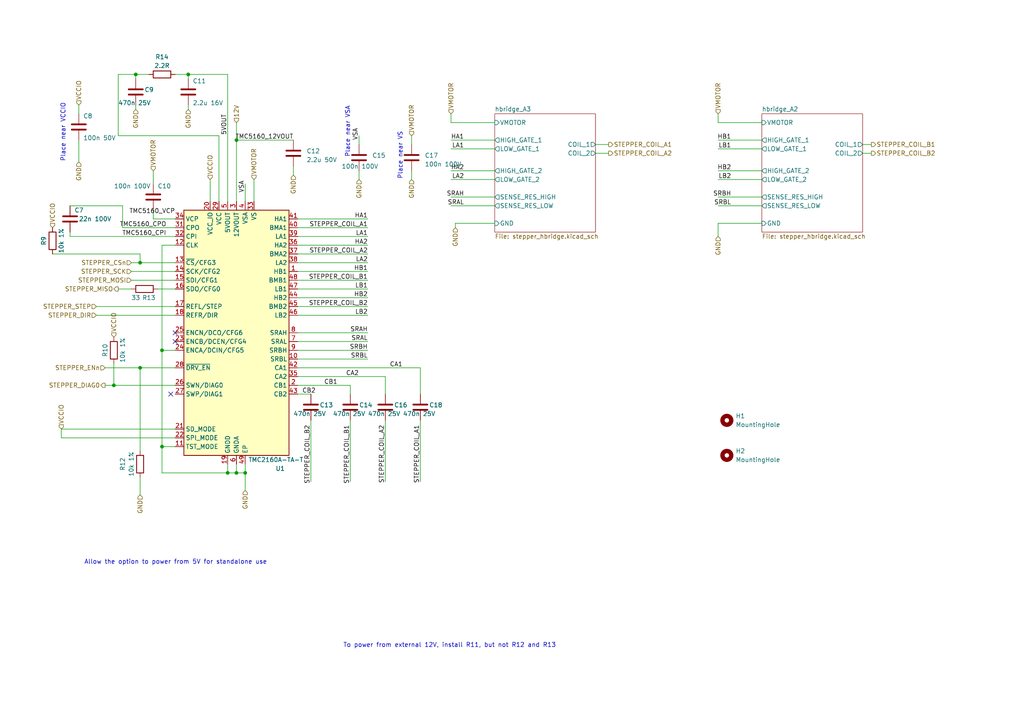
<source format=kicad_sch>
(kicad_sch (version 20211123) (generator eeschema)
  (paper "A4")
  (lib_symbols
    (symbol "Device:C" (pin_numbers hide) (pin_names (offset 0.254))
      (property "Reference" "C" (at 0.635 2.54 0))
      (property "Value" "C" (at 0.635 -2.54 0))
      (symbol "C_0_1"
        (polyline (pts (xy -2.032 -0.762) (xy 2.032 -0.762)) (stroke (width 0.508)))
        (polyline (pts (xy -2.032 0.762) (xy 2.032 0.762)) (stroke (width 0.508)))
      )
      (symbol "C_1_1"
        (pin passive line (at 0 3.81 270) (length 2.794) (name "~") (number "1"))
        (pin passive line (at 0 -3.81 90) (length 2.794) (name "~") (number "2"))
      )
    )
    (symbol "Device:R" (pin_numbers hide) (pin_names (offset 0))
      (property "Reference" "R" (at 2.032 0 90))
      (property "Value" "R" (at 0 0 90))
      (symbol "R_0_1"
        (rectangle (start -1.016 -2.54) (end 1.016 2.54) (stroke (width 0.254)))
      )
      (symbol "R_1_1"
        (pin passive line (at 0 3.81 270) (length 1.27) (name "~") (number "1"))
        (pin passive line (at 0 -3.81 90) (length 1.27) (name "~") (number "2"))
      )
    )
    (symbol "Driver_Motor:TMC5160A-TA"
      (property "Reference" "U" (at -11.43 38.1 0))
      (property "Value" "TMC5160A-TA" (at 10.16 38.1 0))
      (symbol "TMC5160A-TA_1_0"
        (rectangle (start -15.24 -35.56) (end 15.24 35.56) (stroke (width 0.254)) (fill (type background)))
      )
      (symbol "TMC5160A-TA_1_1"
        (pin output line (at 17.78 17.78 180) (length 2.54) (name "HB1") (number "1"))
        (pin passive line (at 17.78 -7.62 180) (length 2.54) (name "SRBL") (number "10"))
        (pin input line (at -17.78 -33.02 0) (length 2.54) (name "TST_MODE") (number "11"))
        (pin input line (at -17.78 25.4 0) (length 2.54) (name "CLK") (number "12"))
        (pin input line (at -17.78 20.32 0) (length 2.54) (name "~{CS}/CFG3") (number "13"))
        (pin input line (at -17.78 17.78 0) (length 2.54) (name "SCK/CFG2") (number "14"))
        (pin input line (at -17.78 15.24 0) (length 2.54) (name "SDI/CFG1") (number "15"))
        (pin bidirectional line (at -17.78 12.7 0) (length 2.54) (name "SDO/CFG0") (number "16"))
        (pin input line (at -17.78 7.62 0) (length 2.54) (name "REFL/STEP") (number "17"))
        (pin input line (at -17.78 5.08 0) (length 2.54) (name "REFR/DIR") (number "18"))
        (pin power_in line (at -2.54 -38.1 90) (length 2.54) (name "GNDD") (number "19"))
        (pin passive line (at 17.78 -15.24 180) (length 2.54) (name "CB1") (number "2"))
        (pin power_in line (at -7.62 38.1 270) (length 2.54) (name "VCC_IO") (number "20"))
        (pin input line (at -17.78 -27.94 0) (length 2.54) (name "SD_MODE") (number "21"))
        (pin input line (at -17.78 -30.48 0) (length 2.54) (name "SPI_MODE") (number "22"))
        (pin input line (at -17.78 -2.54 0) (length 2.54) (name "ENCB/DCEN/CFG4") (number "23"))
        (pin input line (at -17.78 -5.08 0) (length 2.54) (name "ENCA/DCIN/CFG5") (number "24"))
        (pin bidirectional line (at -17.78 0 0) (length 2.54) (name "ENCN/DCO/CFG6") (number "25"))
        (pin bidirectional line (at -17.78 -15.24 0) (length 2.54) (name "SWN/DIAG0") (number "26"))
        (pin bidirectional line (at -17.78 -17.78 0) (length 2.54) (name "SWP/DIAG1") (number "27"))
        (pin input line (at -17.78 -10.16 0) (length 2.54) (name "~{DRV_EN}") (number "28"))
        (pin power_in line (at -5.08 38.1 270) (length 2.54) (name "VCC") (number "29"))
        (pin power_out line (at 0 38.1 270) (length 2.54) (name "12VOUT") (number "3"))
        (pin passive line (at -2.54 -38.1 90) (length 2.54) hide (name "GNDD") (number "30"))
        (pin passive line (at -17.78 30.48 0) (length 2.54) (name "CPO") (number "31"))
        (pin passive line (at -17.78 27.94 0) (length 2.54) (name "CPI") (number "32"))
        (pin power_in line (at 5.08 38.1 270) (length 2.54) (name "VS") (number "33"))
        (pin passive line (at -17.78 33.02 0) (length 2.54) (name "VCP") (number "34"))
        (pin passive line (at 17.78 -12.7 180) (length 2.54) (name "CA2") (number "35"))
        (pin output line (at 17.78 25.4 180) (length 2.54) (name "HA2") (number "36"))
        (pin passive line (at 17.78 22.86 180) (length 2.54) (name "BMA2") (number "37"))
        (pin output line (at 17.78 20.32 180) (length 2.54) (name "LA2") (number "38"))
        (pin output line (at 17.78 27.94 180) (length 2.54) (name "LA1") (number "39"))
        (pin power_in line (at 2.54 38.1 270) (length 2.54) (name "VSA") (number "4"))
        (pin passive line (at 17.78 30.48 180) (length 2.54) (name "BMA1") (number "40"))
        (pin output line (at 17.78 33.02 180) (length 2.54) (name "HA1") (number "41"))
        (pin passive line (at 17.78 -10.16 180) (length 2.54) (name "CA1") (number "42"))
        (pin passive line (at 17.78 -17.78 180) (length 2.54) (name "CB2") (number "43"))
        (pin output line (at 17.78 10.16 180) (length 2.54) (name "HB2") (number "44"))
        (pin passive line (at 17.78 7.62 180) (length 2.54) (name "BMB2") (number "45"))
        (pin output line (at 17.78 5.08 180) (length 2.54) (name "LB2") (number "46"))
        (pin output line (at 17.78 12.7 180) (length 2.54) (name "LB1") (number "47"))
        (pin passive line (at 17.78 15.24 180) (length 2.54) (name "BMB1") (number "48"))
        (pin power_in line (at 2.54 -38.1 90) (length 2.54) (name "EP") (number "49"))
        (pin power_out line (at -2.54 38.1 270) (length 2.54) (name "5VOUT") (number "5"))
        (pin power_in line (at 0 -38.1 90) (length 2.54) (name "GNDA") (number "6"))
        (pin passive line (at 17.78 -2.54 180) (length 2.54) (name "SRAL") (number "7"))
        (pin passive line (at 17.78 0 180) (length 2.54) (name "SRAH") (number "8"))
        (pin passive line (at 17.78 -5.08 180) (length 2.54) (name "SRBH") (number "9"))
      )
    )
    (symbol "Mechanical:MountingHole" (pin_names (offset 1.016))
      (property "Reference" "H" (at 0 5.08 0))
      (property "Value" "MountingHole" (at 0 3.175 0))
      (symbol "MountingHole_0_1"
        (circle (center 0 0) (radius 1.27) (stroke (width 1.27)))
      )
    )
  )
  (junction (at 68.58 137.16) (diameter 0.9144))
  (junction (at 46.99 129.54))
  (junction (at 33.02 111.76))
  (junction (at 40.64 106.68))
  (junction (at 66.04 137.16) (diameter 0.9144))
  (junction (at 40.64 76.2))
  (junction (at 68.58 40.64))
  (junction (at 54.61 21.59) (diameter 0.9144))
  (junction (at 46.99 101.6))
  (junction (at 71.12 137.16))
  (junction (at 39.37 21.59) (diameter 0.9144))
  (no_connect (at 49.53 114.3))
  (no_connect (at 50.8 99.06))
  (no_connect (at 50.8 96.52))
  (wire (pts (xy 208.28 64.77) (xy 208.28 68.58)))
  (wire (pts (xy 73.66 52.07) (xy 73.66 58.42)))
  (wire (pts (xy 17.78 127) (xy 17.78 124.46)))
  (wire (pts (xy 101.6 121.92) (xy 101.6 139.7)))
  (wire (pts (xy 46.99 101.6) (xy 50.8 101.6)))
  (wire (pts (xy 130.81 49.53) (xy 143.51 49.53)))
  (wire (pts (xy 208.28 43.18) (xy 220.98 43.18)))
  (wire (pts (xy 40.64 73.66) (xy 40.64 76.2)))
  (wire (pts (xy 86.36 106.68) (xy 121.92 106.68)))
  (wire (pts (xy 44.45 49.53) (xy 44.45 53.34)))
  (wire (pts (xy 68.58 35.56) (xy 68.58 40.64)))
  (wire (pts (xy 86.36 81.28) (xy 106.68 81.28)))
  (wire (pts (xy 40.64 138.43) (xy 40.64 143.51)))
  (wire (pts (xy 71.12 137.16) (xy 71.12 142.24)))
  (wire (pts (xy 54.61 30.48) (xy 54.61 31.75)))
  (wire (pts (xy 86.36 91.44) (xy 106.68 91.44)))
  (wire (pts (xy 119.38 39.37) (xy 119.38 41.91)))
  (wire (pts (xy 111.76 121.92) (xy 111.76 139.7)))
  (wire (pts (xy 34.29 21.59) (xy 39.37 21.59)))
  (wire (pts (xy 86.36 66.04) (xy 106.68 66.04)))
  (wire (pts (xy 130.81 33.02) (xy 130.81 35.56)))
  (wire (pts (xy 66.04 134.62) (xy 66.04 137.16)))
  (wire (pts (xy 130.81 59.69) (xy 143.51 59.69)))
  (wire (pts (xy 130.81 35.56) (xy 143.51 35.56)))
  (wire (pts (xy 68.58 58.42) (xy 68.58 40.64)))
  (wire (pts (xy 20.32 59.69) (xy 35.56 59.69)))
  (wire (pts (xy 33.02 111.76) (xy 50.8 111.76)))
  (wire (pts (xy 17.78 124.46) (xy 50.8 124.46)))
  (wire (pts (xy 66.04 21.59) (xy 54.61 21.59)))
  (wire (pts (xy 68.58 134.62) (xy 68.58 137.16)))
  (wire (pts (xy 46.99 137.16) (xy 66.04 137.16)))
  (wire (pts (xy 121.92 121.92) (xy 121.92 139.7)))
  (wire (pts (xy 39.37 30.48) (xy 39.37 31.75)))
  (wire (pts (xy 40.64 106.68) (xy 50.8 106.68)))
  (wire (pts (xy 208.28 33.02) (xy 208.28 35.56)))
  (wire (pts (xy 30.48 111.76) (xy 33.02 111.76)))
  (wire (pts (xy 86.36 71.12) (xy 106.68 71.12)))
  (wire (pts (xy 46.99 129.54) (xy 46.99 101.6)))
  (wire (pts (xy 86.36 99.06) (xy 106.68 99.06)))
  (wire (pts (xy 17.78 127) (xy 50.8 127)))
  (wire (pts (xy 33.02 105.41) (xy 33.02 111.76)))
  (wire (pts (xy 104.14 49.53) (xy 104.14 52.07)))
  (wire (pts (xy 39.37 22.86) (xy 39.37 21.59)))
  (wire (pts (xy 38.1 81.28) (xy 50.8 81.28)))
  (wire (pts (xy 104.14 39.37) (xy 104.14 41.91)))
  (wire (pts (xy 86.36 63.5) (xy 106.68 63.5)))
  (wire (pts (xy 46.99 129.54) (xy 46.99 137.16)))
  (wire (pts (xy 86.36 111.76) (xy 101.6 111.76)))
  (wire (pts (xy 86.36 114.3) (xy 90.17 114.3)))
  (wire (pts (xy 86.36 101.6) (xy 106.68 101.6)))
  (wire (pts (xy 86.36 78.74) (xy 106.68 78.74)))
  (wire (pts (xy 27.94 88.9) (xy 50.8 88.9)))
  (wire (pts (xy 50.8 21.59) (xy 54.61 21.59)))
  (wire (pts (xy 22.86 46.99) (xy 22.86 40.64)))
  (wire (pts (xy 86.36 86.36) (xy 106.68 86.36)))
  (wire (pts (xy 46.99 101.6) (xy 46.99 71.12)))
  (wire (pts (xy 86.36 68.58) (xy 106.68 68.58)))
  (wire (pts (xy 130.81 52.07) (xy 143.51 52.07)))
  (wire (pts (xy 130.81 57.15) (xy 143.51 57.15)))
  (wire (pts (xy 86.36 88.9) (xy 106.68 88.9)))
  (wire (pts (xy 86.36 76.2) (xy 106.68 76.2)))
  (wire (pts (xy 27.94 91.44) (xy 50.8 91.44)))
  (wire (pts (xy 46.99 71.12) (xy 50.8 71.12)))
  (wire (pts (xy 71.12 137.16) (xy 68.58 137.16)))
  (wire (pts (xy 38.1 76.2) (xy 40.64 76.2)))
  (wire (pts (xy 86.36 104.14) (xy 106.68 104.14)))
  (wire (pts (xy 132.08 64.77) (xy 132.08 66.04)))
  (wire (pts (xy 143.51 64.77) (xy 132.08 64.77)))
  (wire (pts (xy 130.81 40.64) (xy 143.51 40.64)))
  (wire (pts (xy 85.09 48.26) (xy 85.09 50.8)))
  (wire (pts (xy 130.81 43.18) (xy 143.51 43.18)))
  (wire (pts (xy 250.19 41.91) (xy 252.73 41.91)))
  (wire (pts (xy 15.24 73.66) (xy 40.64 73.66)))
  (wire (pts (xy 34.29 39.37) (xy 34.29 21.59)))
  (wire (pts (xy 34.29 83.82) (xy 38.1 83.82)))
  (wire (pts (xy 208.28 64.77) (xy 220.98 64.77)))
  (wire (pts (xy 22.86 30.48) (xy 22.86 33.02)))
  (wire (pts (xy 208.28 57.15) (xy 220.98 57.15)))
  (wire (pts (xy 45.72 83.82) (xy 50.8 83.82)))
  (wire (pts (xy 50.8 129.54) (xy 46.99 129.54)))
  (wire (pts (xy 71.12 134.62) (xy 71.12 137.16)))
  (wire (pts (xy 208.28 35.56) (xy 220.98 35.56)))
  (wire (pts (xy 119.38 49.53) (xy 119.38 52.07)))
  (wire (pts (xy 54.61 21.59) (xy 54.61 22.86)))
  (wire (pts (xy 208.28 40.64) (xy 220.98 40.64)))
  (wire (pts (xy 63.5 39.37) (xy 34.29 39.37)))
  (wire (pts (xy 172.72 44.45) (xy 176.53 44.45)))
  (wire (pts (xy 35.56 59.69) (xy 35.56 66.04)))
  (wire (pts (xy 44.45 60.96) (xy 44.45 63.5)))
  (wire (pts (xy 86.36 83.82) (xy 106.68 83.82)))
  (wire (pts (xy 38.1 78.74) (xy 50.8 78.74)))
  (wire (pts (xy 250.19 44.45) (xy 252.73 44.45)))
  (wire (pts (xy 20.32 67.31) (xy 20.32 68.58)))
  (wire (pts (xy 60.96 52.07) (xy 60.96 58.42)))
  (wire (pts (xy 86.36 96.52) (xy 106.68 96.52)))
  (wire (pts (xy 66.04 21.59) (xy 66.04 58.42)))
  (wire (pts (xy 101.6 111.76) (xy 101.6 114.3)))
  (wire (pts (xy 86.36 73.66) (xy 106.68 73.66)))
  (wire (pts (xy 30.48 106.68) (xy 40.64 106.68)))
  (wire (pts (xy 208.28 52.07) (xy 220.98 52.07)))
  (wire (pts (xy 20.32 68.58) (xy 50.8 68.58)))
  (wire (pts (xy 121.92 106.68) (xy 121.92 114.3)))
  (wire (pts (xy 68.58 40.64) (xy 85.09 40.64)))
  (wire (pts (xy 39.37 21.59) (xy 43.18 21.59)))
  (wire (pts (xy 63.5 39.37) (xy 63.5 58.42)))
  (wire (pts (xy 172.72 41.91) (xy 176.53 41.91)))
  (wire (pts (xy 40.64 76.2) (xy 50.8 76.2)))
  (wire (pts (xy 90.17 121.92) (xy 90.17 139.7)))
  (wire (pts (xy 66.04 137.16) (xy 68.58 137.16)))
  (wire (pts (xy 208.28 59.69) (xy 220.98 59.69)))
  (wire (pts (xy 111.76 109.22) (xy 111.76 114.3)))
  (wire (pts (xy 35.56 66.04) (xy 50.8 66.04)))
  (wire (pts (xy 71.12 58.42) (xy 71.12 53.34)))
  (wire (pts (xy 40.64 106.68) (xy 40.64 130.81)))
  (wire (pts (xy 86.36 109.22) (xy 111.76 109.22)))
  (wire (pts (xy 208.28 49.53) (xy 220.98 49.53)))
  (wire (pts (xy 50.8 63.5) (xy 44.45 63.5)))
  (text "Place near VSA\n" (at 101.6 45.72 90) (effects (font (size 1.27 1.27)) (justify left bottom)))
  (text "Place near VS\n" (at 116.84 52.07 90) (effects (font (size 1.27 1.27)) (justify left bottom)))
  (text "Allow the option to power from 5V for standalone use" (at 77.47 163.83 0) (effects (font (size 1.27 1.27)) (justify right bottom)))
  (text "Place near VCCIO\n" (at 19.05 46.99 90) (effects (font (size 1.27 1.27)) (justify left bottom)))
  (text "To power from external 12V, install R11, but not R12 and R13" (at 161.29 187.96 0) (effects (font (size 1.27 1.27)) (justify right bottom)))
  (label "SRAL" (at 134.62 59.69 180))
  (label "LB2" (at 212.09 52.07 180))
  (label "SRBH" (at 212.09 57.15 180))
  (label "SRAL" (at 106.68 99.06 180))
  (label "HA2" (at 106.68 71.12 180))
  (label "LA1" (at 106.68 68.58 180))
  (label "LA1" (at 134.62 43.18 180))
  (label "SRBH" (at 106.68 101.6 180))
  (label "STEPPER_COIL_A2" (at 106.68 73.66 180))
  (label "TMC5160_VCP" (at 50.8 62.23 180))
  (label "TMC5160_CPI" (at 48.26 68.58 180))
  (label "SRBL" (at 212.09 59.69 180))
  (label "LB2" (at 106.68 91.44 180))
  (label "VSA" (at 104.14 40.64 90))
  (label "STEPPER_COIL_B2" (at 106.68 88.9 180))
  (label "HA2" (at 134.62 49.53 180))
  (label "HB2" (at 212.09 49.53 180))
  (label "SRBL" (at 106.68 104.14 180))
  (label "STEPPER_COIL_A2" (at 111.76 123.19 270))
  (label "STEPPER_COIL_A1" (at 121.92 123.19 270))
  (label "CB2" (at 87.63 114.3 0))
  (label "STEPPER_COIL_B1" (at 106.68 81.28 180))
  (label "CA2" (at 100.33 109.22 0))
  (label "CB1" (at 93.98 111.76 0))
  (label "HB1" (at 106.68 78.74 180))
  (label "HB1" (at 212.09 40.64 180))
  (label "TMC5160_CPO" (at 48.26 66.04 180))
  (label "HA1" (at 106.68 63.5 180))
  (label "STEPPER_COIL_B1" (at 101.6 123.19 270))
  (label "LA2" (at 106.68 76.2 180))
  (label "CA1" (at 113.03 106.68 0))
  (label "HA1" (at 134.62 40.64 180))
  (label "LB1" (at 212.09 43.18 180))
  (label "5VOUT" (at 66.04 33.02 270))
  (label "STEPPER_COIL_A1" (at 106.68 66.04 180))
  (label "VSA" (at 71.12 55.88 90))
  (label "HB2" (at 106.68 86.36 180))
  (label "LA2" (at 134.62 52.07 180))
  (label "SRAH" (at 106.68 96.52 180))
  (label "SRAH" (at 134.62 57.15 180))
  (label "STEPPER_COIL_B2" (at 90.17 123.19 270))
  (label "TMC5160_12VOUT" (at 85.09 40.64 180))
  (label "LB1" (at 106.68 83.82 180))
  (hierarchical_label "VMOTOR" (shape input) (at 73.66 52.07 90))
  (hierarchical_label "VMOTOR" (shape input) (at 130.81 33.02 90))
  (hierarchical_label "GND" (shape input) (at 132.08 66.04 270))
  (hierarchical_label "STEPPER_MOSI" (shape input) (at 38.1 81.28 180))
  (hierarchical_label "STEPPER_COIL_B1" (shape output) (at 252.73 41.91 0))
  (hierarchical_label "GND" (shape input) (at 40.64 143.51 270))
  (hierarchical_label "STEPPER_CSn" (shape input) (at 38.1 76.2 180))
  (hierarchical_label "STEPPER_STEP" (shape input) (at 27.94 88.9 180))
  (hierarchical_label "GND" (shape input) (at 39.37 31.75 270))
  (hierarchical_label "VCCIO" (shape input) (at 22.86 30.48 90))
  (hierarchical_label "STEPPER_DIAG0" (shape output) (at 30.48 111.76 180))
  (hierarchical_label "STEPPER_MISO" (shape output) (at 34.29 83.82 180))
  (hierarchical_label "VCCIO" (shape input) (at 60.96 52.07 90))
  (hierarchical_label "VMOTOR" (shape input) (at 119.38 39.37 90))
  (hierarchical_label "STEPPER_SCK" (shape input) (at 38.1 78.74 180))
  (hierarchical_label "VMOTOR" (shape input) (at 208.28 33.02 90))
  (hierarchical_label "GND" (shape input) (at 22.86 46.99 270))
  (hierarchical_label "12V" (shape input) (at 68.58 35.56 90))
  (hierarchical_label "GND" (shape input) (at 71.12 142.24 270))
  (hierarchical_label "STEPPER_COIL_B2" (shape output) (at 252.73 44.45 0))
  (hierarchical_label "STEPPER_ENn" (shape input) (at 30.48 106.68 180))
  (hierarchical_label "VCCIO" (shape input) (at 17.78 124.46 90))
  (hierarchical_label "GND" (shape input) (at 119.38 52.07 270))
  (hierarchical_label "STEPPER_DIR" (shape input) (at 27.94 91.44 180))
  (hierarchical_label "STEPPER_COIL_A1" (shape output) (at 176.53 41.91 0))
  (hierarchical_label "GND" (shape input) (at 104.14 52.07 270))
  (hierarchical_label "VCCIO" (shape input) (at 15.24 66.04 90))
  (hierarchical_label "VMOTOR" (shape input) (at 44.45 49.53 90))
  (hierarchical_label "GND" (shape input) (at 54.61 31.75 270))
  (hierarchical_label "STEPPER_COIL_A2" (shape output) (at 176.53 44.45 0))
  (hierarchical_label "GND" (shape input) (at 208.28 68.58 270))
  (hierarchical_label "GND" (shape input) (at 85.09 50.8 270))
  (hierarchical_label "VCCIO" (shape input) (at 33.02 97.79 90))
  (symbol (lib_id "Device:C") (at 119.38 45.72 0) (unit 1)
    (property "Reference" "C17" (at 123.19 45.0849 0) (effects (justify left)))
    (property "Value" "100n 100V" (at 123.19 47.6249 0) (effects (justify left)))
    (property "Footprint" "Capacitor_SMD:C_0805_2012Metric_Pad1.18x1.45mm_HandSolder" (effects hide))
    (property "LCSC" "C28233" (effects hide))
  )
  (symbol (lib_id "Device:R") (at 33.02 101.6 180) (unit 1)
    (property "Reference" "R10" (at 30.48 101.6 90))
    (property "Value" "10k 1%" (at 35.56 101.6 90))
    (property "Footprint" "Resistor_SMD:R_0402_1005Metric" (effects hide))
    (property "LCSC" "C25744" (effects hide))
  )
  (symbol (lib_id "Device:R") (at 41.91 83.82 270) (unit 1)
    (property "Reference" "R13" (at 43.18 86.36 90))
    (property "Value" "33" (at 39.37 86.36 90))
    (property "Footprint" "Resistor_SMD:R_0402_1005Metric" (effects hide))
    (property "LCSC" "C25105" (effects hide))
  )
  (symbol (lib_id "Driver_Motor:TMC5160A-TA") (at 68.58 96.52 0) (unit 1)
    (property "Reference" "U1" (at 81.28 135.89 0))
    (property "Value" "TMC2160A-TA-T" (at 80.01 133.35 0))
    (property "Footprint" "Package_QFP:TQFP-48-1EP_7x7mm_P0.5mm_EP5x5mm_ThermalVias" (effects hide))
    (property "LCSC" "C465948" (effects hide))
  )
  (symbol (lib_id "Device:R") (at 46.99 21.59 90) (unit 1)
    (property "Reference" "R14" (at 46.99 16.51 90))
    (property "Value" "2.2R" (at 46.99 19.05 90))
    (property "Footprint" "Resistor_SMD:R_0603_1608Metric" (effects hide))
    (property "LCSC" "C22939" (effects hide))
  )
  (symbol (lib_id "Device:R") (at 40.64 134.62 180) (unit 1)
    (property "Reference" "R12" (at 35.56 134.62 90))
    (property "Value" "10k 1%" (at 38.1 134.62 90))
    (property "Footprint" "Resistor_SMD:R_0402_1005Metric" (effects hide))
    (property "LCSC" "C25744" (effects hide))
  )
  (symbol (lib_id "Mechanical:MountingHole") (at 210.82 121.92 0) (unit 1)
    (property "Reference" "H1" (at 213.36 120.6499 0) (effects (justify left)))
    (property "Value" "MountingHole" (at 213.36 123.1899 0) (effects (justify left)))
    (property "Footprint" "MountingHole:MountingHole_3.2mm_M3" (effects hide))
  )
  (symbol (lib_id "Device:C") (at 121.92 118.11 0) (unit 1)
    (property "Reference" "C18" (at 124.46 117.4749 0) (effects (justify left)))
    (property "Value" "470n 25V" (at 116.84 120.0149 0) (effects (justify left)))
    (property "Footprint" "Capacitor_SMD:C_0603_1608Metric" (effects hide))
    (property "LCSC" "C1623" (effects hide))
  )
  (symbol (lib_id "Device:C") (at 44.45 57.15 0) (unit 1)
    (property "Reference" "C10" (at 45.72 53.9749 0) (effects (justify left)))
    (property "Value" "100n 100V" (at 33.02 53.9749 0) (effects (justify left)))
    (property "Footprint" "Capacitor_SMD:C_0805_2012Metric_Pad1.18x1.45mm_HandSolder" (effects hide))
    (property "LCSC" "C28233" (effects hide))
  )
  (symbol (lib_id "Device:C") (at 90.17 118.11 0) (unit 1)
    (property "Reference" "C13" (at 92.71 117.4749 0) (effects (justify left)))
    (property "Value" "470n 25V" (at 85.09 120.0149 0) (effects (justify left)))
    (property "Footprint" "Capacitor_SMD:C_0603_1608Metric" (effects hide))
    (property "LCSC" "C1623" (effects hide))
  )
  (symbol (lib_id "Device:C") (at 101.6 118.11 0) (unit 1)
    (property "Reference" "C14" (at 104.14 117.4749 0) (effects (justify left)))
    (property "Value" "470n 25V" (at 96.52 120.0149 0) (effects (justify left)))
    (property "Footprint" "Capacitor_SMD:C_0603_1608Metric" (effects hide))
    (property "LCSC" "C1623" (effects hide))
  )
  (symbol (lib_id "Device:C") (at 54.61 26.67 0) (unit 1)
    (property "Reference" "C11" (at 55.88 23.4949 0) (effects (justify left)))
    (property "Value" "2.2u 16V" (at 55.88 29.8449 0) (effects (justify left)))
    (property "Footprint" "Capacitor_SMD:C_0603_1608Metric" (effects hide))
    (property "LCSC" "C23630" (effects hide))
  )
  (symbol (lib_id "Device:C") (at 20.32 63.5 0) (unit 1)
    (property "Reference" "C7" (at 21.59 60.9599 0) (effects (justify left)))
    (property "Value" "22n 100V" (at 22.86 63.4999 0) (effects (justify left)))
    (property "Footprint" "Capacitor_SMD:C_0402_1005Metric" (effects hide))
    (property "LCSC" "C1532" (effects hide))
  )
  (symbol (lib_id "Device:C") (at 111.76 118.11 0) (unit 1)
    (property "Reference" "C16" (at 114.3 117.4749 0) (effects (justify left)))
    (property "Value" "470n 25V" (at 106.68 120.0149 0) (effects (justify left)))
    (property "Footprint" "Capacitor_SMD:C_0603_1608Metric" (effects hide))
    (property "LCSC" "C1623" (effects hide))
  )
  (symbol (lib_id "Device:R") (at 15.24 69.85 180) (unit 1)
    (property "Reference" "R9" (at 12.7 69.85 90))
    (property "Value" "10k 1%" (at 17.78 69.85 90))
    (property "Footprint" "Resistor_SMD:R_0402_1005Metric" (effects hide))
    (property "LCSC" "C25744" (effects hide))
  )
  (symbol (lib_id "Device:C") (at 85.09 44.45 0) (unit 1)
    (property "Reference" "C12" (at 88.9 43.8149 0) (effects (justify left)))
    (property "Value" "2.2u 50V" (at 88.9 46.3549 0) (effects (justify left)))
    (property "Footprint" "Capacitor_SMD:C_0805_2012Metric" (effects hide))
    (property "LCSC" "C49217" (effects hide))
  )
  (symbol (lib_id "Mechanical:MountingHole") (at 210.82 132.08 0) (unit 1)
    (property "Reference" "H2" (at 213.36 130.8099 0) (effects (justify left)))
    (property "Value" "MountingHole" (at 213.36 133.3499 0) (effects (justify left)))
    (property "Footprint" "MountingHole:MountingHole_3.2mm_M3" (effects hide))
  )
  (symbol (lib_id "Device:C") (at 39.37 26.67 0) (unit 1)
    (property "Reference" "C9" (at 41.91 26.0349 0) (effects (justify left)))
    (property "Value" "470n 25V" (at 34.29 29.8449 0) (effects (justify left)))
    (property "Footprint" "Capacitor_SMD:C_0603_1608Metric" (effects hide))
    (property "LCSC" "C1623" (effects hide))
  )
  (symbol (lib_id "Device:C") (at 104.14 45.72 0) (unit 1)
    (property "Reference" "C15" (at 107.95 45.0849 0) (effects (justify left)))
    (property "Value" "100n 100V" (at 99.06 48.26 0) (effects (justify left)))
    (property "Footprint" "Capacitor_SMD:C_0805_2012Metric_Pad1.18x1.45mm_HandSolder" (effects hide))
    (property "LCSC" "C28233" (effects hide))
  )
  (symbol (lib_id "Device:C") (at 22.86 36.83 0) (unit 1)
    (property "Reference" "C8" (at 24.13 33.6549 0) (effects (justify left)))
    (property "Value" "100n 50V" (at 24.13 40.0049 0) (effects (justify left)))
    (property "Footprint" "Capacitor_SMD:C_0402_1005Metric" (effects hide))
    (property "LCSC" "C307331" (effects hide))
  )
  (sheet (at 220.98 33.02) (size 29.21 34.29) (stroke (width 0.0006))
    (property "Sheet name" "hbridge_A2" (at 220.98 32.3843 0) (effects (justify left bottom)))
    (property "Sheet file" "stepper_hbridge.kicad_sch" (at 220.98 67.8187 0) (effects (justify left top)))
    (pin "HIGH_GATE_2" output (at 220.98 49.53 180))
    (pin "LOW_GATE_2" output (at 220.98 52.07 180))
    (pin "COIL_2" output (at 250.19 44.45 0))
    (pin "HIGH_GATE_1" output (at 220.98 40.64 180))
    (pin "LOW_GATE_1" output (at 220.98 43.18 180))
    (pin "COIL_1" output (at 250.19 41.91 0))
    (pin "SENSE_RES_HIGH" output (at 220.98 57.15 180))
    (pin "SENSE_RES_LOW" output (at 220.98 59.69 180))
    (pin "GND" input (at 220.98 64.77 180))
    (pin "VMOTOR" input (at 220.98 35.56 180))
  )
  (sheet (at 143.51 33.02) (size 29.21 34.29) (stroke (width 0.0006))
    (property "Sheet name" "hbridge_A3" (at 143.51 32.3843 0) (effects (justify left bottom)))
    (property "Sheet file" "stepper_hbridge.kicad_sch" (at 143.51 67.8187 0) (effects (justify left top)))
    (pin "HIGH_GATE_2" output (at 143.51 49.53 180))
    (pin "LOW_GATE_2" output (at 143.51 52.07 180))
    (pin "COIL_2" output (at 172.72 44.45 0))
    (pin "HIGH_GATE_1" output (at 143.51 40.64 180))
    (pin "LOW_GATE_1" output (at 143.51 43.18 180))
    (pin "COIL_1" output (at 172.72 41.91 0))
    (pin "SENSE_RES_HIGH" output (at 143.51 57.15 180))
    (pin "SENSE_RES_LOW" output (at 143.51 59.69 180))
    (pin "GND" input (at 143.51 64.77 180))
    (pin "VMOTOR" input (at 143.51 35.56 180))
  )
)
</source>
